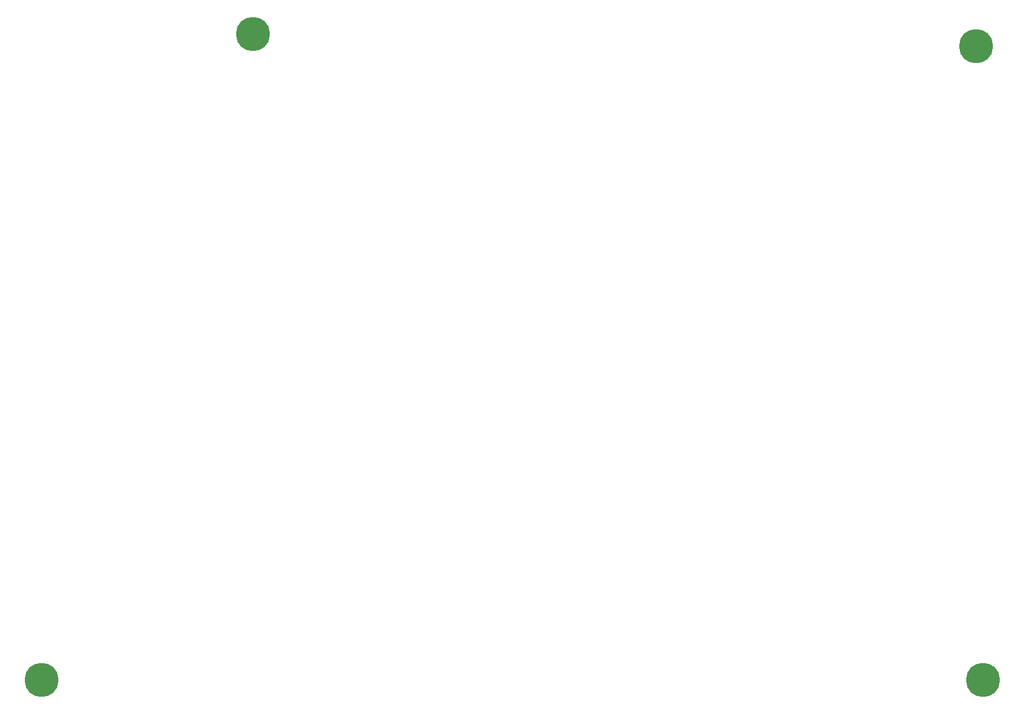
<source format=gbs>
%TF.GenerationSoftware,KiCad,Pcbnew,8.0.1*%
%TF.CreationDate,2024-03-27T10:54:32-04:00*%
%TF.ProjectId,top_plate,746f705f-706c-4617-9465-2e6b69636164,rev?*%
%TF.SameCoordinates,Original*%
%TF.FileFunction,Soldermask,Bot*%
%TF.FilePolarity,Negative*%
%FSLAX46Y46*%
G04 Gerber Fmt 4.6, Leading zero omitted, Abs format (unit mm)*
G04 Created by KiCad (PCBNEW 8.0.1) date 2024-03-27 10:54:32*
%MOMM*%
%LPD*%
G01*
G04 APERTURE LIST*
%ADD10C,2.900000*%
%ADD11C,5.000000*%
G04 APERTURE END LIST*
D10*
%TO.C,REF\u002A\u002A*%
X107530629Y-32679488D03*
D11*
X107530629Y-32679488D03*
%TD*%
D10*
%TO.C,REF\u002A\u002A*%
X76530629Y-127429488D03*
D11*
X76530629Y-127429488D03*
%TD*%
D10*
%TO.C,REF\u002A\u002A*%
X214530629Y-127429488D03*
D11*
X214530629Y-127429488D03*
%TD*%
%TO.C,REF\u002A\u002A*%
X213530629Y-34429488D03*
D10*
X213530629Y-34429488D03*
%TD*%
M02*

</source>
